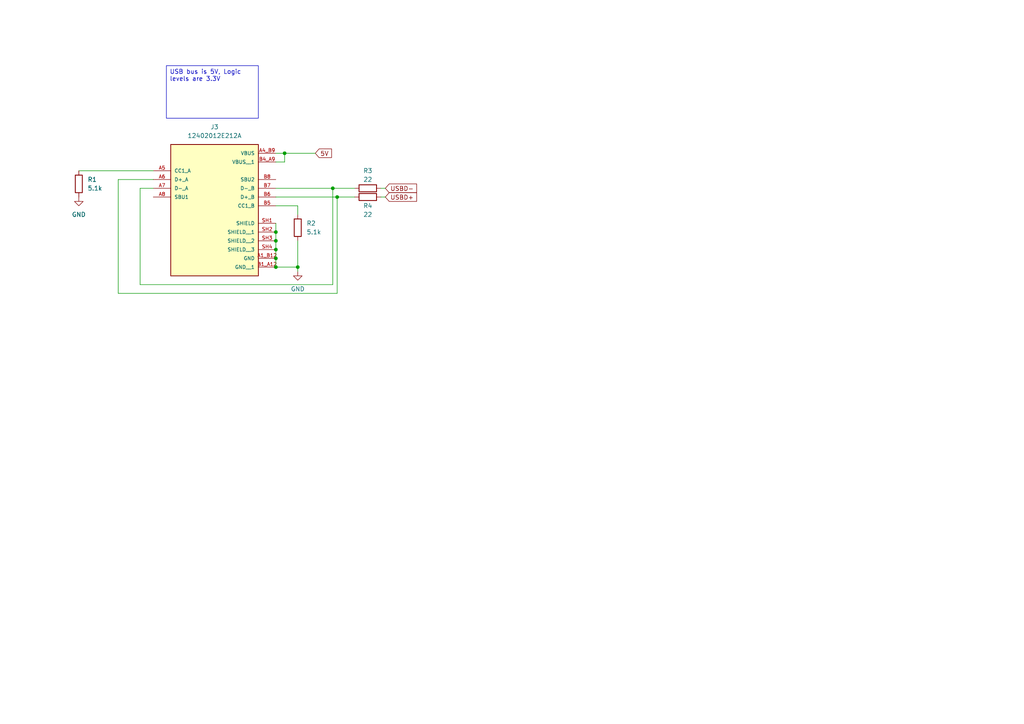
<source format=kicad_sch>
(kicad_sch
	(version 20231120)
	(generator "eeschema")
	(generator_version "8.0")
	(uuid "8b9fa5d1-26cd-46d7-9a43-26178ad3f4f6")
	(paper "A4")
	(lib_symbols
		(symbol "Device:R"
			(pin_numbers hide)
			(pin_names
				(offset 0)
			)
			(exclude_from_sim no)
			(in_bom yes)
			(on_board yes)
			(property "Reference" "R"
				(at 2.032 0 90)
				(effects
					(font
						(size 1.27 1.27)
					)
				)
			)
			(property "Value" "R"
				(at 0 0 90)
				(effects
					(font
						(size 1.27 1.27)
					)
				)
			)
			(property "Footprint" ""
				(at -1.778 0 90)
				(effects
					(font
						(size 1.27 1.27)
					)
					(hide yes)
				)
			)
			(property "Datasheet" "~"
				(at 0 0 0)
				(effects
					(font
						(size 1.27 1.27)
					)
					(hide yes)
				)
			)
			(property "Description" "Resistor"
				(at 0 0 0)
				(effects
					(font
						(size 1.27 1.27)
					)
					(hide yes)
				)
			)
			(property "ki_keywords" "R res resistor"
				(at 0 0 0)
				(effects
					(font
						(size 1.27 1.27)
					)
					(hide yes)
				)
			)
			(property "ki_fp_filters" "R_*"
				(at 0 0 0)
				(effects
					(font
						(size 1.27 1.27)
					)
					(hide yes)
				)
			)
			(symbol "R_0_1"
				(rectangle
					(start -1.016 -2.54)
					(end 1.016 2.54)
					(stroke
						(width 0.254)
						(type default)
					)
					(fill
						(type none)
					)
				)
			)
			(symbol "R_1_1"
				(pin passive line
					(at 0 3.81 270)
					(length 1.27)
					(name "~"
						(effects
							(font
								(size 1.27 1.27)
							)
						)
					)
					(number "1"
						(effects
							(font
								(size 1.27 1.27)
							)
						)
					)
				)
				(pin passive line
					(at 0 -3.81 90)
					(length 1.27)
					(name "~"
						(effects
							(font
								(size 1.27 1.27)
							)
						)
					)
					(number "2"
						(effects
							(font
								(size 1.27 1.27)
							)
						)
					)
				)
			)
		)
		(symbol "USBC_AMPHENOL_12402012E212A:12402012E212A"
			(pin_names
				(offset 1.016)
			)
			(exclude_from_sim no)
			(in_bom yes)
			(on_board yes)
			(property "Reference" "J"
				(at -12.7 13.462 0)
				(effects
					(font
						(size 1.27 1.27)
					)
					(justify left bottom)
				)
			)
			(property "Value" "12402012E212A"
				(at -12.7 -26.162 0)
				(effects
					(font
						(size 1.27 1.27)
					)
					(justify left top)
				)
			)
			(property "Footprint" "12402012E212A:AMPHENOL_12402012E212A"
				(at 0 0 0)
				(effects
					(font
						(size 1.27 1.27)
					)
					(justify bottom)
					(hide yes)
				)
			)
			(property "Datasheet" ""
				(at 0 0 0)
				(effects
					(font
						(size 1.27 1.27)
					)
					(hide yes)
				)
			)
			(property "Description" ""
				(at 0 0 0)
				(effects
					(font
						(size 1.27 1.27)
					)
					(hide yes)
				)
			)
			(property "PARTREV" "4"
				(at 0 0 0)
				(effects
					(font
						(size 1.27 1.27)
					)
					(justify bottom)
					(hide yes)
				)
			)
			(property "STANDARD" "Manufacturer Recommendations"
				(at 0 0 0)
				(effects
					(font
						(size 1.27 1.27)
					)
					(justify bottom)
					(hide yes)
				)
			)
			(property "MAXIMUM_PACKAGE_HEIGHT" "3.26 mm"
				(at 0 0 0)
				(effects
					(font
						(size 1.27 1.27)
					)
					(justify bottom)
					(hide yes)
				)
			)
			(property "MANUFACTURER" "Amphenol"
				(at 0 0 0)
				(effects
					(font
						(size 1.27 1.27)
					)
					(justify bottom)
					(hide yes)
				)
			)
			(symbol "12402012E212A_0_0"
				(rectangle
					(start -12.7 -25.4)
					(end 12.7 12.7)
					(stroke
						(width 0.254)
						(type default)
					)
					(fill
						(type background)
					)
				)
				(pin power_in line
					(at 17.78 -20.32 180)
					(length 5.08)
					(name "GND"
						(effects
							(font
								(size 1.016 1.016)
							)
						)
					)
					(number "A1_B12"
						(effects
							(font
								(size 1.016 1.016)
							)
						)
					)
				)
				(pin power_in line
					(at 17.78 10.16 180)
					(length 5.08)
					(name "VBUS"
						(effects
							(font
								(size 1.016 1.016)
							)
						)
					)
					(number "A4_B9"
						(effects
							(font
								(size 1.016 1.016)
							)
						)
					)
				)
				(pin bidirectional line
					(at -17.78 5.08 0)
					(length 5.08)
					(name "CC1_A"
						(effects
							(font
								(size 1.016 1.016)
							)
						)
					)
					(number "A5"
						(effects
							(font
								(size 1.016 1.016)
							)
						)
					)
				)
				(pin bidirectional line
					(at -17.78 2.54 0)
					(length 5.08)
					(name "D+_A"
						(effects
							(font
								(size 1.016 1.016)
							)
						)
					)
					(number "A6"
						(effects
							(font
								(size 1.016 1.016)
							)
						)
					)
				)
				(pin bidirectional line
					(at -17.78 0 0)
					(length 5.08)
					(name "D-_A"
						(effects
							(font
								(size 1.016 1.016)
							)
						)
					)
					(number "A7"
						(effects
							(font
								(size 1.016 1.016)
							)
						)
					)
				)
				(pin bidirectional line
					(at -17.78 -2.54 0)
					(length 5.08)
					(name "SBU1"
						(effects
							(font
								(size 1.016 1.016)
							)
						)
					)
					(number "A8"
						(effects
							(font
								(size 1.016 1.016)
							)
						)
					)
				)
				(pin power_in line
					(at 17.78 -22.86 180)
					(length 5.08)
					(name "GND__1"
						(effects
							(font
								(size 1.016 1.016)
							)
						)
					)
					(number "B1_A12"
						(effects
							(font
								(size 1.016 1.016)
							)
						)
					)
				)
				(pin power_in line
					(at 17.78 7.62 180)
					(length 5.08)
					(name "VBUS__1"
						(effects
							(font
								(size 1.016 1.016)
							)
						)
					)
					(number "B4_A9"
						(effects
							(font
								(size 1.016 1.016)
							)
						)
					)
				)
				(pin bidirectional line
					(at 17.78 -5.08 180)
					(length 5.08)
					(name "CC1_B"
						(effects
							(font
								(size 1.016 1.016)
							)
						)
					)
					(number "B5"
						(effects
							(font
								(size 1.016 1.016)
							)
						)
					)
				)
				(pin bidirectional line
					(at 17.78 -2.54 180)
					(length 5.08)
					(name "D+_B"
						(effects
							(font
								(size 1.016 1.016)
							)
						)
					)
					(number "B6"
						(effects
							(font
								(size 1.016 1.016)
							)
						)
					)
				)
				(pin bidirectional line
					(at 17.78 0 180)
					(length 5.08)
					(name "D-_B"
						(effects
							(font
								(size 1.016 1.016)
							)
						)
					)
					(number "B7"
						(effects
							(font
								(size 1.016 1.016)
							)
						)
					)
				)
				(pin bidirectional line
					(at 17.78 2.54 180)
					(length 5.08)
					(name "SBU2"
						(effects
							(font
								(size 1.016 1.016)
							)
						)
					)
					(number "B8"
						(effects
							(font
								(size 1.016 1.016)
							)
						)
					)
				)
				(pin passive line
					(at 17.78 -10.16 180)
					(length 5.08)
					(name "SHIELD"
						(effects
							(font
								(size 1.016 1.016)
							)
						)
					)
					(number "SH1"
						(effects
							(font
								(size 1.016 1.016)
							)
						)
					)
				)
				(pin passive line
					(at 17.78 -12.7 180)
					(length 5.08)
					(name "SHIELD__1"
						(effects
							(font
								(size 1.016 1.016)
							)
						)
					)
					(number "SH2"
						(effects
							(font
								(size 1.016 1.016)
							)
						)
					)
				)
				(pin passive line
					(at 17.78 -15.24 180)
					(length 5.08)
					(name "SHIELD__2"
						(effects
							(font
								(size 1.016 1.016)
							)
						)
					)
					(number "SH3"
						(effects
							(font
								(size 1.016 1.016)
							)
						)
					)
				)
				(pin passive line
					(at 17.78 -17.78 180)
					(length 5.08)
					(name "SHIELD__3"
						(effects
							(font
								(size 1.016 1.016)
							)
						)
					)
					(number "SH4"
						(effects
							(font
								(size 1.016 1.016)
							)
						)
					)
				)
			)
		)
		(symbol "power:GND"
			(power)
			(pin_names
				(offset 0)
			)
			(exclude_from_sim no)
			(in_bom yes)
			(on_board yes)
			(property "Reference" "#PWR"
				(at 0 -6.35 0)
				(effects
					(font
						(size 1.27 1.27)
					)
					(hide yes)
				)
			)
			(property "Value" "GND"
				(at 0 -3.81 0)
				(effects
					(font
						(size 1.27 1.27)
					)
				)
			)
			(property "Footprint" ""
				(at 0 0 0)
				(effects
					(font
						(size 1.27 1.27)
					)
					(hide yes)
				)
			)
			(property "Datasheet" ""
				(at 0 0 0)
				(effects
					(font
						(size 1.27 1.27)
					)
					(hide yes)
				)
			)
			(property "Description" "Power symbol creates a global label with name \"GND\" , ground"
				(at 0 0 0)
				(effects
					(font
						(size 1.27 1.27)
					)
					(hide yes)
				)
			)
			(property "ki_keywords" "global power"
				(at 0 0 0)
				(effects
					(font
						(size 1.27 1.27)
					)
					(hide yes)
				)
			)
			(symbol "GND_0_1"
				(polyline
					(pts
						(xy 0 0) (xy 0 -1.27) (xy 1.27 -1.27) (xy 0 -2.54) (xy -1.27 -1.27) (xy 0 -1.27)
					)
					(stroke
						(width 0)
						(type default)
					)
					(fill
						(type none)
					)
				)
			)
			(symbol "GND_1_1"
				(pin power_in line
					(at 0 0 270)
					(length 0) hide
					(name "GND"
						(effects
							(font
								(size 1.27 1.27)
							)
						)
					)
					(number "1"
						(effects
							(font
								(size 1.27 1.27)
							)
						)
					)
				)
			)
		)
	)
	(junction
		(at 86.36 77.47)
		(diameter 0)
		(color 0 0 0 0)
		(uuid "0a30c7ea-1aa3-4861-8710-81b555992078")
	)
	(junction
		(at 80.01 74.93)
		(diameter 0)
		(color 0 0 0 0)
		(uuid "11237491-f042-4fe2-a777-dab9e02dfca4")
	)
	(junction
		(at 80.01 67.31)
		(diameter 0)
		(color 0 0 0 0)
		(uuid "286b28b7-2041-43b3-a126-2d7da24064d1")
	)
	(junction
		(at 80.01 77.47)
		(diameter 0)
		(color 0 0 0 0)
		(uuid "689ac88b-3786-4cbd-a2d3-f17976915f79")
	)
	(junction
		(at 97.79 57.15)
		(diameter 0)
		(color 0 0 0 0)
		(uuid "68d53f73-5c59-40ba-a23d-601bc44c5950")
	)
	(junction
		(at 80.01 72.39)
		(diameter 0)
		(color 0 0 0 0)
		(uuid "8870a932-c700-4227-812e-d6d82ba9ffc7")
	)
	(junction
		(at 80.01 69.85)
		(diameter 0)
		(color 0 0 0 0)
		(uuid "95e38915-75fd-48c9-b37b-f4d5abd297ef")
	)
	(junction
		(at 82.55 44.45)
		(diameter 0)
		(color 0 0 0 0)
		(uuid "c3ed5375-18d8-48a9-be97-a2a60490f02b")
	)
	(junction
		(at 96.52 54.61)
		(diameter 0)
		(color 0 0 0 0)
		(uuid "d0340e0f-ed17-4bfe-a679-82469c3fde7d")
	)
	(wire
		(pts
			(xy 80.01 72.39) (xy 80.01 74.93)
		)
		(stroke
			(width 0)
			(type default)
		)
		(uuid "02f55146-de7d-4308-b873-353505a84d16")
	)
	(wire
		(pts
			(xy 97.79 57.15) (xy 102.87 57.15)
		)
		(stroke
			(width 0)
			(type default)
		)
		(uuid "09f28d95-087b-4095-bd2b-a23e3f8b622f")
	)
	(wire
		(pts
			(xy 80.01 57.15) (xy 97.79 57.15)
		)
		(stroke
			(width 0)
			(type default)
		)
		(uuid "135c76ef-5dbd-4ca9-bbfb-2984971ba249")
	)
	(wire
		(pts
			(xy 110.49 54.61) (xy 111.76 54.61)
		)
		(stroke
			(width 0)
			(type default)
		)
		(uuid "16853ce6-f593-4a46-9cc6-4d5c2bcc116f")
	)
	(wire
		(pts
			(xy 82.55 46.99) (xy 82.55 44.45)
		)
		(stroke
			(width 0)
			(type default)
		)
		(uuid "209ed239-2e51-4679-893c-c29abd142067")
	)
	(wire
		(pts
			(xy 80.01 64.77) (xy 80.01 67.31)
		)
		(stroke
			(width 0)
			(type default)
		)
		(uuid "26aeef14-c51c-49de-bb16-941219227798")
	)
	(wire
		(pts
			(xy 80.01 74.93) (xy 80.01 77.47)
		)
		(stroke
			(width 0)
			(type default)
		)
		(uuid "332762a7-e75c-49ea-9237-661ebfc38c16")
	)
	(wire
		(pts
			(xy 96.52 82.55) (xy 40.64 82.55)
		)
		(stroke
			(width 0)
			(type default)
		)
		(uuid "339cb75c-b693-4121-bf42-14a8aefa4449")
	)
	(wire
		(pts
			(xy 86.36 78.74) (xy 86.36 77.47)
		)
		(stroke
			(width 0)
			(type default)
		)
		(uuid "3748efe1-6028-4bbd-93fa-f32c893a50ea")
	)
	(wire
		(pts
			(xy 86.36 62.23) (xy 86.36 59.69)
		)
		(stroke
			(width 0)
			(type default)
		)
		(uuid "37aa34e3-95c8-40ca-bf03-a5599cb855e2")
	)
	(wire
		(pts
			(xy 110.49 57.15) (xy 111.76 57.15)
		)
		(stroke
			(width 0)
			(type default)
		)
		(uuid "530537d7-f843-4d19-b330-b801888ea574")
	)
	(wire
		(pts
			(xy 34.29 52.07) (xy 44.45 52.07)
		)
		(stroke
			(width 0)
			(type default)
		)
		(uuid "543ce912-4e61-4e59-a75f-5a844751ac6d")
	)
	(wire
		(pts
			(xy 80.01 46.99) (xy 82.55 46.99)
		)
		(stroke
			(width 0)
			(type default)
		)
		(uuid "5bcacb68-7227-4f0e-a7d6-5e8da1531a59")
	)
	(wire
		(pts
			(xy 96.52 54.61) (xy 102.87 54.61)
		)
		(stroke
			(width 0)
			(type default)
		)
		(uuid "5ea6e68d-a832-4d7e-b4ba-2e672d9f6c75")
	)
	(wire
		(pts
			(xy 86.36 59.69) (xy 80.01 59.69)
		)
		(stroke
			(width 0)
			(type default)
		)
		(uuid "6a38177a-de5d-4193-9be6-61c04cfe8ca5")
	)
	(wire
		(pts
			(xy 97.79 85.09) (xy 34.29 85.09)
		)
		(stroke
			(width 0)
			(type default)
		)
		(uuid "6c29bb8c-8f70-46ec-84e9-84d25abb2f32")
	)
	(wire
		(pts
			(xy 96.52 54.61) (xy 96.52 82.55)
		)
		(stroke
			(width 0)
			(type default)
		)
		(uuid "6f428c8a-f014-418e-a935-3619c65365c8")
	)
	(wire
		(pts
			(xy 22.86 49.53) (xy 44.45 49.53)
		)
		(stroke
			(width 0)
			(type default)
		)
		(uuid "7200adb3-ca74-410a-aea9-b48bad9b6f76")
	)
	(wire
		(pts
			(xy 80.01 69.85) (xy 80.01 72.39)
		)
		(stroke
			(width 0)
			(type default)
		)
		(uuid "77da8ca8-4197-44bf-bab3-9778317894a6")
	)
	(wire
		(pts
			(xy 86.36 77.47) (xy 86.36 69.85)
		)
		(stroke
			(width 0)
			(type default)
		)
		(uuid "84843141-8cc1-4618-a76a-bd495cf4b2cf")
	)
	(wire
		(pts
			(xy 80.01 67.31) (xy 80.01 69.85)
		)
		(stroke
			(width 0)
			(type default)
		)
		(uuid "883208d2-a7c8-4e74-bcc6-f3c6c26f7b85")
	)
	(wire
		(pts
			(xy 44.45 54.61) (xy 40.64 54.61)
		)
		(stroke
			(width 0)
			(type default)
		)
		(uuid "8d4328c6-7957-4cbe-98e1-f993f91f3761")
	)
	(wire
		(pts
			(xy 80.01 54.61) (xy 96.52 54.61)
		)
		(stroke
			(width 0)
			(type default)
		)
		(uuid "9bdd9d23-134e-4072-957b-87c768a0cce5")
	)
	(wire
		(pts
			(xy 40.64 82.55) (xy 40.64 54.61)
		)
		(stroke
			(width 0)
			(type default)
		)
		(uuid "a3bdb9d0-b407-4baf-b0b0-efbf6d44a5dd")
	)
	(wire
		(pts
			(xy 80.01 77.47) (xy 86.36 77.47)
		)
		(stroke
			(width 0)
			(type default)
		)
		(uuid "aede11e3-005d-4b24-b69f-d6eff0a5c5eb")
	)
	(wire
		(pts
			(xy 34.29 85.09) (xy 34.29 52.07)
		)
		(stroke
			(width 0)
			(type default)
		)
		(uuid "ca843728-6567-4737-89c0-1bb16ca74022")
	)
	(wire
		(pts
			(xy 97.79 57.15) (xy 97.79 85.09)
		)
		(stroke
			(width 0)
			(type default)
		)
		(uuid "d8e36459-a251-4921-9bf6-ad569d364a32")
	)
	(wire
		(pts
			(xy 82.55 44.45) (xy 91.44 44.45)
		)
		(stroke
			(width 0)
			(type default)
		)
		(uuid "e3988894-e2bc-4894-8428-7d0bf7c4ef26")
	)
	(wire
		(pts
			(xy 80.01 44.45) (xy 82.55 44.45)
		)
		(stroke
			(width 0)
			(type default)
		)
		(uuid "f6336648-e862-4f84-bb16-7417e987313e")
	)
	(text_box "USB bus is 5V, Logic levels are 3.3V\n"
		(exclude_from_sim no)
		(at 48.26 19.05 0)
		(size 26.67 15.24)
		(stroke
			(width 0)
			(type default)
		)
		(fill
			(type none)
		)
		(effects
			(font
				(size 1.27 1.27)
			)
			(justify left top)
		)
		(uuid "6dd44afb-f5b1-4501-b5e0-dbe110d42a07")
	)
	(global_label "USBD-"
		(shape input)
		(at 111.76 54.61 0)
		(fields_autoplaced yes)
		(effects
			(font
				(size 1.27 1.27)
			)
			(justify left)
		)
		(uuid "c6b03e53-3b02-443e-95fc-2e1c649a02e5")
		(property "Intersheetrefs" "${INTERSHEET_REFS}"
			(at 121.3976 54.61 0)
			(effects
				(font
					(size 1.27 1.27)
				)
				(justify left)
				(hide yes)
			)
		)
	)
	(global_label "5V"
		(shape input)
		(at 91.44 44.45 0)
		(fields_autoplaced yes)
		(effects
			(font
				(size 1.27 1.27)
			)
			(justify left)
		)
		(uuid "dce52948-7ea7-4a68-9dde-db3bf3f3a669")
		(property "Intersheetrefs" "${INTERSHEET_REFS}"
			(at 96.7233 44.45 0)
			(effects
				(font
					(size 1.27 1.27)
				)
				(justify left)
				(hide yes)
			)
		)
	)
	(global_label "USBD+"
		(shape input)
		(at 111.76 57.15 0)
		(fields_autoplaced yes)
		(effects
			(font
				(size 1.27 1.27)
			)
			(justify left)
		)
		(uuid "dde6a616-659a-4975-83ba-c652c47e860e")
		(property "Intersheetrefs" "${INTERSHEET_REFS}"
			(at 121.3976 57.15 0)
			(effects
				(font
					(size 1.27 1.27)
				)
				(justify left)
				(hide yes)
			)
		)
	)
	(symbol
		(lib_id "USBC_AMPHENOL_12402012E212A:12402012E212A")
		(at 62.23 54.61 0)
		(unit 1)
		(exclude_from_sim no)
		(in_bom yes)
		(on_board yes)
		(dnp no)
		(fields_autoplaced yes)
		(uuid "11ea1166-0c6f-4432-893c-fd17dea2b845")
		(property "Reference" "J3"
			(at 62.23 36.83 0)
			(effects
				(font
					(size 1.27 1.27)
				)
			)
		)
		(property "Value" "12402012E212A"
			(at 62.23 39.37 0)
			(effects
				(font
					(size 1.27 1.27)
				)
			)
		)
		(property "Footprint" "USBC 12402012E212A:USBC_AMPHENOL_12402012E212A"
			(at 62.23 54.61 0)
			(effects
				(font
					(size 1.27 1.27)
				)
				(justify bottom)
				(hide yes)
			)
		)
		(property "Datasheet" ""
			(at 62.23 54.61 0)
			(effects
				(font
					(size 1.27 1.27)
				)
				(hide yes)
			)
		)
		(property "Description" ""
			(at 62.23 54.61 0)
			(effects
				(font
					(size 1.27 1.27)
				)
				(hide yes)
			)
		)
		(property "PARTREV" "4"
			(at 62.23 54.61 0)
			(effects
				(font
					(size 1.27 1.27)
				)
				(justify bottom)
				(hide yes)
			)
		)
		(property "STANDARD" "Manufacturer Recommendations"
			(at 62.23 54.61 0)
			(effects
				(font
					(size 1.27 1.27)
				)
				(justify bottom)
				(hide yes)
			)
		)
		(property "MAXIMUM_PACKAGE_HEIGHT" "3.26 mm"
			(at 62.23 54.61 0)
			(effects
				(font
					(size 1.27 1.27)
				)
				(justify bottom)
				(hide yes)
			)
		)
		(property "MANUFACTURER" "Amphenol"
			(at 62.23 54.61 0)
			(effects
				(font
					(size 1.27 1.27)
				)
				(justify bottom)
				(hide yes)
			)
		)
		(pin "A6"
			(uuid "aad165e8-19bc-4d56-98a5-687100ea061c")
		)
		(pin "B5"
			(uuid "9b7c6e0b-a60d-4d6d-b46d-e6083eb69b8a")
		)
		(pin "B6"
			(uuid "81186c55-e268-4e32-9478-485986ea4d18")
		)
		(pin "B8"
			(uuid "087cb0b0-9939-4877-b7b4-596c62c817f5")
		)
		(pin "SH3"
			(uuid "e843d24a-9014-4d34-9efe-2781b4a82540")
		)
		(pin "SH1"
			(uuid "5ab9e816-5a83-4a96-9d03-35d20357b7de")
		)
		(pin "B4_A9"
			(uuid "2b93067c-bdbe-4257-a6af-6b236525ab12")
		)
		(pin "SH2"
			(uuid "046312b8-4182-4009-975e-fd3c7f5b61ab")
		)
		(pin "B7"
			(uuid "b03cf693-04e4-42f3-8160-336a3feee9df")
		)
		(pin "A4_B9"
			(uuid "dfb88f54-3580-4a69-bb2a-9e5be7be5d20")
		)
		(pin "A1_B12"
			(uuid "543727cd-c3c7-4746-899f-8a6c3430d3a8")
		)
		(pin "A5"
			(uuid "0546fcae-c328-45a2-b3f9-63a525e3bf08")
		)
		(pin "SH4"
			(uuid "2d03642a-5f5e-4d08-bcdf-b4bf32ecba17")
		)
		(pin "A7"
			(uuid "f36eaaae-fa7e-453c-8877-e357d5e2a583")
		)
		(pin "A8"
			(uuid "141b2603-5459-411b-a47f-587505cca269")
		)
		(pin "B1_A12"
			(uuid "5124abc1-790a-4147-af55-057d5fb8cc22")
		)
		(instances
			(project "PawPad_V1"
				(path "/9aca8c89-643b-4abc-aded-c7b8ee3f258d/f359e05e-e7ef-451d-9339-d19a0855f257"
					(reference "J3")
					(unit 1)
				)
			)
		)
	)
	(symbol
		(lib_id "power:GND")
		(at 22.86 57.15 0)
		(unit 1)
		(exclude_from_sim no)
		(in_bom yes)
		(on_board yes)
		(dnp no)
		(fields_autoplaced yes)
		(uuid "6263a33d-2f47-428b-861e-01ec6ba97cf5")
		(property "Reference" "#PWR07"
			(at 22.86 63.5 0)
			(effects
				(font
					(size 1.27 1.27)
				)
				(hide yes)
			)
		)
		(property "Value" "GND"
			(at 22.86 62.23 0)
			(effects
				(font
					(size 1.27 1.27)
				)
			)
		)
		(property "Footprint" ""
			(at 22.86 57.15 0)
			(effects
				(font
					(size 1.27 1.27)
				)
				(hide yes)
			)
		)
		(property "Datasheet" ""
			(at 22.86 57.15 0)
			(effects
				(font
					(size 1.27 1.27)
				)
				(hide yes)
			)
		)
		(property "Description" ""
			(at 22.86 57.15 0)
			(effects
				(font
					(size 1.27 1.27)
				)
				(hide yes)
			)
		)
		(pin "1"
			(uuid "7a3f6364-e75c-4c50-aa1a-e4ca5824ce83")
		)
		(instances
			(project "PawPad_V1"
				(path "/9aca8c89-643b-4abc-aded-c7b8ee3f258d/f359e05e-e7ef-451d-9339-d19a0855f257"
					(reference "#PWR07")
					(unit 1)
				)
			)
		)
	)
	(symbol
		(lib_id "Device:R")
		(at 86.36 66.04 0)
		(unit 1)
		(exclude_from_sim no)
		(in_bom yes)
		(on_board yes)
		(dnp no)
		(fields_autoplaced yes)
		(uuid "68e2be3a-97f2-427d-a880-94dee314fd2d")
		(property "Reference" "R2"
			(at 88.9 64.77 0)
			(effects
				(font
					(size 1.27 1.27)
				)
				(justify left)
			)
		)
		(property "Value" "5.1k"
			(at 88.9 67.31 0)
			(effects
				(font
					(size 1.27 1.27)
				)
				(justify left)
			)
		)
		(property "Footprint" "Resistor_SMD:R_1206_3216Metric_Pad1.30x1.75mm_HandSolder"
			(at 84.582 66.04 90)
			(effects
				(font
					(size 1.27 1.27)
				)
				(hide yes)
			)
		)
		(property "Datasheet" "~"
			(at 86.36 66.04 0)
			(effects
				(font
					(size 1.27 1.27)
				)
				(hide yes)
			)
		)
		(property "Description" ""
			(at 86.36 66.04 0)
			(effects
				(font
					(size 1.27 1.27)
				)
				(hide yes)
			)
		)
		(pin "1"
			(uuid "0d6204f0-1242-4900-a260-8b46f52c08f5")
		)
		(pin "2"
			(uuid "06b6da79-9f9d-448e-9784-b638e5644ccb")
		)
		(instances
			(project "PawPad_V1"
				(path "/9aca8c89-643b-4abc-aded-c7b8ee3f258d/f359e05e-e7ef-451d-9339-d19a0855f257"
					(reference "R2")
					(unit 1)
				)
			)
		)
	)
	(symbol
		(lib_id "Device:R")
		(at 22.86 53.34 0)
		(unit 1)
		(exclude_from_sim no)
		(in_bom yes)
		(on_board yes)
		(dnp no)
		(fields_autoplaced yes)
		(uuid "6f808e5b-c5f3-4709-bef4-cda6ffb2adb9")
		(property "Reference" "R1"
			(at 25.4 52.07 0)
			(effects
				(font
					(size 1.27 1.27)
				)
				(justify left)
			)
		)
		(property "Value" "5.1k"
			(at 25.4 54.61 0)
			(effects
				(font
					(size 1.27 1.27)
				)
				(justify left)
			)
		)
		(property "Footprint" "Resistor_SMD:R_1206_3216Metric_Pad1.30x1.75mm_HandSolder"
			(at 21.082 53.34 90)
			(effects
				(font
					(size 1.27 1.27)
				)
				(hide yes)
			)
		)
		(property "Datasheet" "~"
			(at 22.86 53.34 0)
			(effects
				(font
					(size 1.27 1.27)
				)
				(hide yes)
			)
		)
		(property "Description" ""
			(at 22.86 53.34 0)
			(effects
				(font
					(size 1.27 1.27)
				)
				(hide yes)
			)
		)
		(pin "1"
			(uuid "71456ac0-b37b-449a-807d-aec9bc2919a3")
		)
		(pin "2"
			(uuid "557bc096-4a22-4bfc-999a-9c93a409e52d")
		)
		(instances
			(project "PawPad_V1"
				(path "/9aca8c89-643b-4abc-aded-c7b8ee3f258d/f359e05e-e7ef-451d-9339-d19a0855f257"
					(reference "R1")
					(unit 1)
				)
			)
		)
	)
	(symbol
		(lib_id "Device:R")
		(at 106.68 57.15 90)
		(unit 1)
		(exclude_from_sim no)
		(in_bom yes)
		(on_board yes)
		(dnp no)
		(uuid "74b26991-2e24-4606-8e2c-9fbd487bb56f")
		(property "Reference" "R4"
			(at 106.68 59.69 90)
			(effects
				(font
					(size 1.27 1.27)
				)
			)
		)
		(property "Value" "22"
			(at 106.68 62.23 90)
			(effects
				(font
					(size 1.27 1.27)
				)
			)
		)
		(property "Footprint" "Resistor_SMD:R_1206_3216Metric_Pad1.30x1.75mm_HandSolder"
			(at 106.68 58.928 90)
			(effects
				(font
					(size 1.27 1.27)
				)
				(hide yes)
			)
		)
		(property "Datasheet" "~"
			(at 106.68 57.15 0)
			(effects
				(font
					(size 1.27 1.27)
				)
				(hide yes)
			)
		)
		(property "Description" ""
			(at 106.68 57.15 0)
			(effects
				(font
					(size 1.27 1.27)
				)
				(hide yes)
			)
		)
		(pin "1"
			(uuid "50a02e21-ddc4-462d-881b-f5ed94acaaf2")
		)
		(pin "2"
			(uuid "d191c0ba-9e49-4fb8-a513-47554c8c2249")
		)
		(instances
			(project "PawPad_V1"
				(path "/9aca8c89-643b-4abc-aded-c7b8ee3f258d/f359e05e-e7ef-451d-9339-d19a0855f257"
					(reference "R4")
					(unit 1)
				)
			)
		)
	)
	(symbol
		(lib_id "Device:R")
		(at 106.68 54.61 90)
		(unit 1)
		(exclude_from_sim no)
		(in_bom yes)
		(on_board yes)
		(dnp no)
		(uuid "7ac74773-44a9-4afe-961e-fce5c7c4ee38")
		(property "Reference" "R3"
			(at 106.68 49.53 90)
			(effects
				(font
					(size 1.27 1.27)
				)
			)
		)
		(property "Value" "22"
			(at 106.68 52.07 90)
			(effects
				(font
					(size 1.27 1.27)
				)
			)
		)
		(property "Footprint" "Resistor_SMD:R_1206_3216Metric_Pad1.30x1.75mm_HandSolder"
			(at 106.68 56.388 90)
			(effects
				(font
					(size 1.27 1.27)
				)
				(hide yes)
			)
		)
		(property "Datasheet" "~"
			(at 106.68 54.61 0)
			(effects
				(font
					(size 1.27 1.27)
				)
				(hide yes)
			)
		)
		(property "Description" ""
			(at 106.68 54.61 0)
			(effects
				(font
					(size 1.27 1.27)
				)
				(hide yes)
			)
		)
		(pin "1"
			(uuid "48dbba2e-42ba-4377-b471-58818a890660")
		)
		(pin "2"
			(uuid "f8c504a8-5c45-44b8-9a62-c0ae733a0511")
		)
		(instances
			(project "PawPad_V1"
				(path "/9aca8c89-643b-4abc-aded-c7b8ee3f258d/f359e05e-e7ef-451d-9339-d19a0855f257"
					(reference "R3")
					(unit 1)
				)
			)
		)
	)
	(symbol
		(lib_id "power:GND")
		(at 86.36 78.74 0)
		(unit 1)
		(exclude_from_sim no)
		(in_bom yes)
		(on_board yes)
		(dnp no)
		(fields_autoplaced yes)
		(uuid "8dad66d1-47c4-4e7c-a658-252a12048fa0")
		(property "Reference" "#PWR08"
			(at 86.36 85.09 0)
			(effects
				(font
					(size 1.27 1.27)
				)
				(hide yes)
			)
		)
		(property "Value" "GND"
			(at 86.36 83.82 0)
			(effects
				(font
					(size 1.27 1.27)
				)
			)
		)
		(property "Footprint" ""
			(at 86.36 78.74 0)
			(effects
				(font
					(size 1.27 1.27)
				)
				(hide yes)
			)
		)
		(property "Datasheet" ""
			(at 86.36 78.74 0)
			(effects
				(font
					(size 1.27 1.27)
				)
				(hide yes)
			)
		)
		(property "Description" ""
			(at 86.36 78.74 0)
			(effects
				(font
					(size 1.27 1.27)
				)
				(hide yes)
			)
		)
		(pin "1"
			(uuid "07c1c535-e8d3-4b38-9e9d-41a8f0cd0403")
		)
		(instances
			(project "PawPad_V1"
				(path "/9aca8c89-643b-4abc-aded-c7b8ee3f258d/f359e05e-e7ef-451d-9339-d19a0855f257"
					(reference "#PWR08")
					(unit 1)
				)
			)
		)
	)
)

</source>
